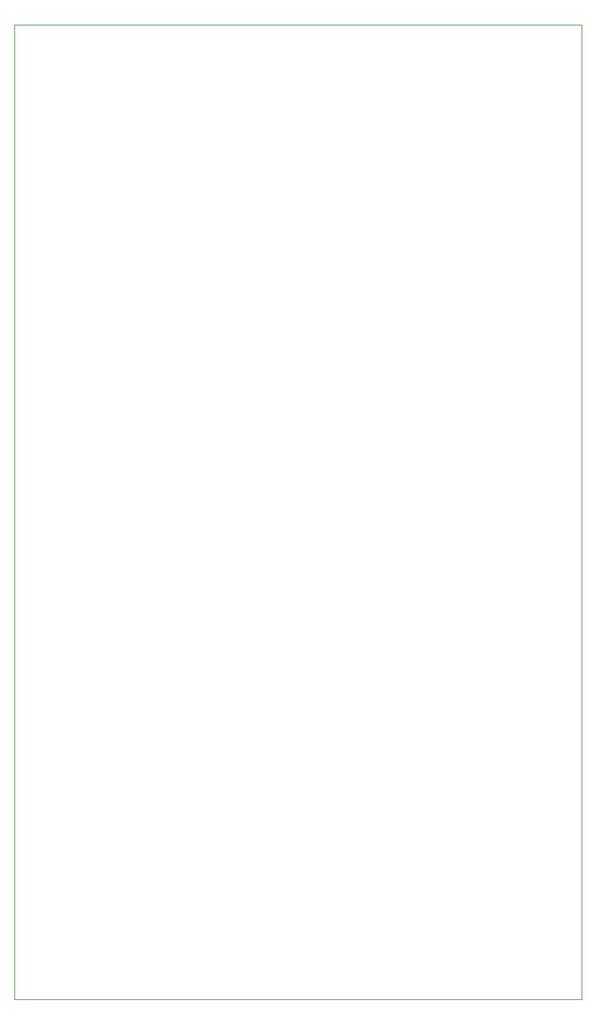
<source format=gbr>
%TF.GenerationSoftware,KiCad,Pcbnew,8.0.6*%
%TF.CreationDate,2024-12-14T19:09:49+00:00*%
%TF.ProjectId,micro,6d696372-6f2e-46b6-9963-61645f706362,rev?*%
%TF.SameCoordinates,Original*%
%TF.FileFunction,Profile,NP*%
%FSLAX46Y46*%
G04 Gerber Fmt 4.6, Leading zero omitted, Abs format (unit mm)*
G04 Created by KiCad (PCBNEW 8.0.6) date 2024-12-14 19:09:49*
%MOMM*%
%LPD*%
G01*
G04 APERTURE LIST*
%TA.AperFunction,Profile*%
%ADD10C,0.050000*%
%TD*%
G04 APERTURE END LIST*
D10*
X114060000Y-36330000D02*
X184060000Y-36330000D01*
X184060000Y-156590000D01*
X114060000Y-156590000D01*
X114060000Y-36330000D01*
M02*

</source>
